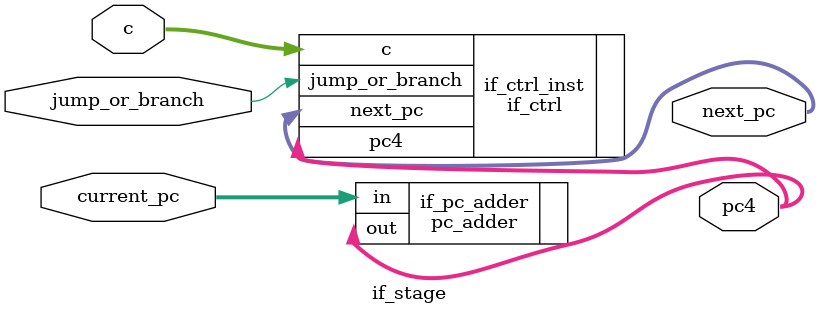
<source format=v>
`include "pc_adder.v"
`include "if_ctrl.v"

module if_stage (
    input [31:0] current_pc,
    input [31:0] c,
    input jump_or_branch,
    output [31:0] pc4,
    output [31:0] next_pc
);

    pc_adder if_pc_adder(
        .in(current_pc),
        .out(pc4)
    );

    if_ctrl if_ctrl_inst(
        .pc4(pc4),
        .c(c),
        .jump_or_branch(jump_or_branch),
        .next_pc(next_pc)
    );
    
endmodule
</source>
